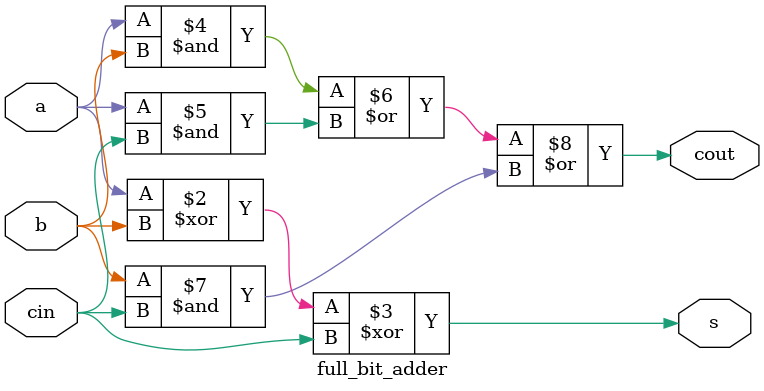
<source format=sv>
module full_bit_adder(
  input logic a,
  input logic b,
  input logic cin,
  output logic s,
  output logic cout
);

always_comb begin
  s = a^b^cin;
  cout = a & b | a & cin | b & cin;
end

endmodule


</source>
